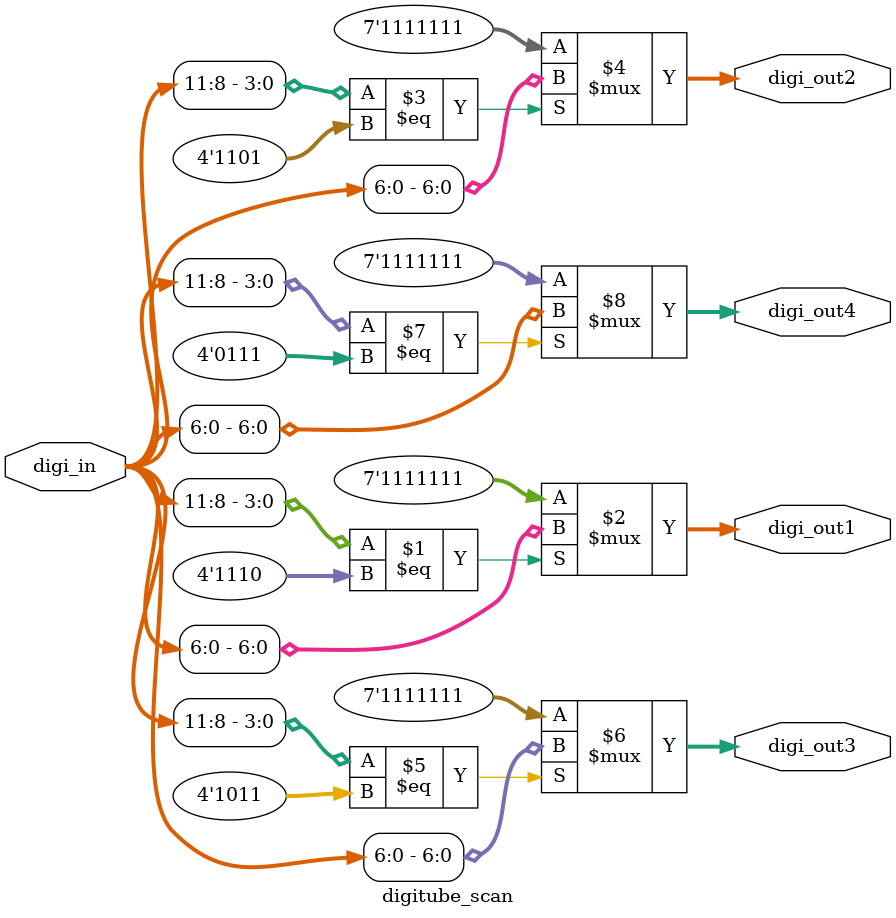
<source format=v>



module digitube_scan(digi_in,digi_out1,digi_out2,digi_out3,digi_out4);
input [11:0] digi_in;	//AN3,AN2,AN1,AN0,DP,CG,CF,CE,CD,CC,CB,CA
output [6:0] digi_out1;	//0: CG,CF,CE,CD,CC,CB,CA
output [6:0] digi_out2;	//1: CG,CF,CE,CD,CC,CB,CA
output [6:0] digi_out3;	//2: CG,CF,CE,CD,CC,CB,CA
output [6:0] digi_out4;	//3: CG,CF,CE,CD,CC,CB,CA

assign digi_out1=(digi_in[11:8]==4'b1110)?digi_in[6:0]:7'b111_1111;
assign digi_out2=(digi_in[11:8]==4'b1101)?digi_in[6:0]:7'b111_1111;
assign digi_out3=(digi_in[11:8]==4'b1011)?digi_in[6:0]:7'b111_1111;
assign digi_out4=(digi_in[11:8]==4'b0111)?digi_in[6:0]:7'b111_1111;

endmodule


</source>
